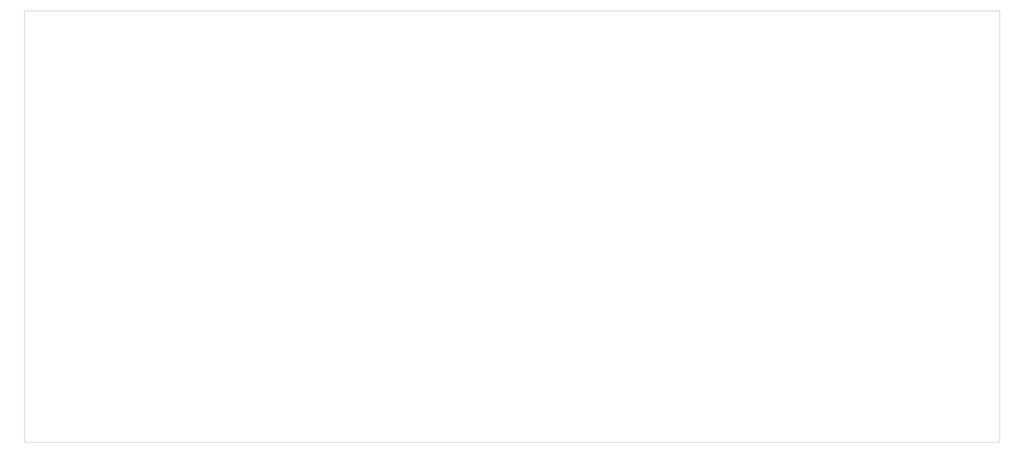
<source format=gbr>
%TF.GenerationSoftware,KiCad,Pcbnew,(5.1.9-16-g1737927814)-1*%
%TF.CreationDate,2021-03-30T16:26:50-04:00*%
%TF.ProjectId,Ventilator,56656e74-696c-4617-946f-722e6b696361,A*%
%TF.SameCoordinates,Original*%
%TF.FileFunction,Profile,NP*%
%FSLAX46Y46*%
G04 Gerber Fmt 4.6, Leading zero omitted, Abs format (unit mm)*
G04 Created by KiCad (PCBNEW (5.1.9-16-g1737927814)-1) date 2021-03-30 16:26:50*
%MOMM*%
%LPD*%
G01*
G04 APERTURE LIST*
%TA.AperFunction,Profile*%
%ADD10C,0.050000*%
%TD*%
G04 APERTURE END LIST*
D10*
X370000000Y-20000000D02*
X20000000Y-20000000D01*
X370000000Y-175000000D02*
X370000000Y-20000000D01*
X20000000Y-175000000D02*
X370000000Y-175000000D01*
X20000000Y-20000000D02*
X20000000Y-175000000D01*
M02*

</source>
